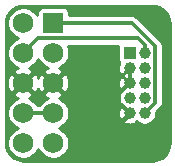
<source format=gbr>
%TF.GenerationSoftware,KiCad,Pcbnew,5.1.8-db9833491~88~ubuntu20.04.1*%
%TF.CreationDate,2020-12-14T11:52:55-05:00*%
%TF.ProjectId,2x5toCortexAdapt,32783574-6f43-46f7-9274-657841646170,rev?*%
%TF.SameCoordinates,Original*%
%TF.FileFunction,Copper,L1,Top*%
%TF.FilePolarity,Positive*%
%FSLAX46Y46*%
G04 Gerber Fmt 4.6, Leading zero omitted, Abs format (unit mm)*
G04 Created by KiCad (PCBNEW 5.1.8-db9833491~88~ubuntu20.04.1) date 2020-12-14 11:52:55*
%MOMM*%
%LPD*%
G01*
G04 APERTURE LIST*
%TA.AperFunction,ComponentPad*%
%ADD10R,1.000000X1.000000*%
%TD*%
%TA.AperFunction,ComponentPad*%
%ADD11C,1.000000*%
%TD*%
%TA.AperFunction,ComponentPad*%
%ADD12R,1.750000X1.750000*%
%TD*%
%TA.AperFunction,ComponentPad*%
%ADD13C,1.750000*%
%TD*%
%TA.AperFunction,Conductor*%
%ADD14C,0.350000*%
%TD*%
%TA.AperFunction,Conductor*%
%ADD15C,0.254000*%
%TD*%
%TA.AperFunction,Conductor*%
%ADD16C,0.100000*%
%TD*%
G04 APERTURE END LIST*
D10*
%TO.P,J2,1*%
%TO.N,/3.3V*%
X156845000Y-107696000D03*
D11*
%TO.P,J2,2*%
%TO.N,/SWDIO*%
X158115000Y-107696000D03*
%TO.P,J2,3*%
%TO.N,/GND*%
X156845000Y-108966000D03*
%TO.P,J2,4*%
%TO.N,/SWCLK*%
X158115000Y-108966000D03*
%TO.P,J2,5*%
%TO.N,/GND*%
X156845000Y-110236000D03*
%TO.P,J2,6*%
%TO.N,/SWIM*%
X158115000Y-110236000D03*
%TO.P,J2,7*%
%TO.N,Net-(J2-Pad7)*%
X156845000Y-111506000D03*
%TO.P,J2,8*%
%TO.N,Net-(J2-Pad8)*%
X158115000Y-111506000D03*
%TO.P,J2,9*%
%TO.N,/GND*%
X156845000Y-112776000D03*
%TO.P,J2,10*%
%TO.N,/RST*%
X158115000Y-112776000D03*
%TD*%
D12*
%TO.P,J1,1*%
%TO.N,/RST*%
X150368000Y-105156000D03*
D13*
%TO.P,J1,2*%
%TO.N,/SWCLK*%
X147828000Y-105156000D03*
%TO.P,J1,3*%
%TO.N,/SWIM*%
X150368000Y-107696000D03*
%TO.P,J1,4*%
%TO.N,/SWDIO*%
X147828000Y-107696000D03*
%TO.P,J1,5*%
%TO.N,/GND*%
X150368000Y-110236000D03*
%TO.P,J1,6*%
X147828000Y-110236000D03*
%TO.P,J1,7*%
%TO.N,/3.3V*%
X150368000Y-112776000D03*
%TO.P,J1,8*%
X147828000Y-112776000D03*
%TO.P,J1,9*%
%TO.N,Net-(J1-Pad9)*%
X150368000Y-115316000D03*
%TO.P,J1,10*%
%TO.N,Net-(J1-Pad10)*%
X147828000Y-115316000D03*
%TD*%
D14*
%TO.N,/RST*%
X158990001Y-111900999D02*
X158115000Y-112776000D01*
X158990001Y-107086064D02*
X158990001Y-111900999D01*
X157059937Y-105156000D02*
X158990001Y-107086064D01*
X150368000Y-105156000D02*
X157059937Y-105156000D01*
%TO.N,/SWDIO*%
X158115000Y-106988894D02*
X158115000Y-107696000D01*
X157572105Y-106445999D02*
X158115000Y-106988894D01*
X149078001Y-106445999D02*
X157572105Y-106445999D01*
X147828000Y-107696000D02*
X149078001Y-106445999D01*
%TO.N,/GND*%
X156845000Y-110236000D02*
X156845000Y-108966000D01*
X155969999Y-111111001D02*
X156845000Y-110236000D01*
X155969999Y-111900999D02*
X155969999Y-111111001D01*
X156845000Y-112776000D02*
X155969999Y-111900999D01*
%TO.N,/3.3V*%
X147828000Y-112776000D02*
X150368000Y-112776000D01*
%TD*%
D15*
%TO.N,/GND*%
X159036953Y-103706783D02*
X159312976Y-103790120D01*
X159567557Y-103925483D01*
X159790994Y-104107714D01*
X159974781Y-104329876D01*
X160111917Y-104583502D01*
X160197179Y-104858940D01*
X160230000Y-105171217D01*
X160230001Y-115288988D01*
X160199217Y-115602953D01*
X160115880Y-115878978D01*
X159980517Y-116133558D01*
X159798288Y-116356993D01*
X159576127Y-116540780D01*
X159322497Y-116677917D01*
X159047061Y-116763179D01*
X158734783Y-116796000D01*
X147855002Y-116796000D01*
X147541047Y-116765217D01*
X147265022Y-116681880D01*
X147010442Y-116546517D01*
X146787007Y-116364288D01*
X146603220Y-116142127D01*
X146466083Y-115888497D01*
X146380821Y-115613061D01*
X146348000Y-115300783D01*
X146348000Y-112642840D01*
X146476000Y-112642840D01*
X146476000Y-112909160D01*
X146527956Y-113170364D01*
X146629873Y-113416412D01*
X146777833Y-113637850D01*
X146966150Y-113826167D01*
X147187588Y-113974127D01*
X147361104Y-114046000D01*
X147187588Y-114117873D01*
X146966150Y-114265833D01*
X146777833Y-114454150D01*
X146629873Y-114675588D01*
X146527956Y-114921636D01*
X146476000Y-115182840D01*
X146476000Y-115449160D01*
X146527956Y-115710364D01*
X146629873Y-115956412D01*
X146777833Y-116177850D01*
X146966150Y-116366167D01*
X147187588Y-116514127D01*
X147433636Y-116616044D01*
X147694840Y-116668000D01*
X147961160Y-116668000D01*
X148222364Y-116616044D01*
X148468412Y-116514127D01*
X148689850Y-116366167D01*
X148878167Y-116177850D01*
X149026127Y-115956412D01*
X149098000Y-115782896D01*
X149169873Y-115956412D01*
X149317833Y-116177850D01*
X149506150Y-116366167D01*
X149727588Y-116514127D01*
X149973636Y-116616044D01*
X150234840Y-116668000D01*
X150501160Y-116668000D01*
X150762364Y-116616044D01*
X151008412Y-116514127D01*
X151229850Y-116366167D01*
X151418167Y-116177850D01*
X151566127Y-115956412D01*
X151668044Y-115710364D01*
X151720000Y-115449160D01*
X151720000Y-115182840D01*
X151668044Y-114921636D01*
X151566127Y-114675588D01*
X151418167Y-114454150D01*
X151229850Y-114265833D01*
X151008412Y-114117873D01*
X150834896Y-114046000D01*
X151008412Y-113974127D01*
X151229850Y-113826167D01*
X151418167Y-113637850D01*
X151566127Y-113416412D01*
X151668044Y-113170364D01*
X151720000Y-112909160D01*
X151720000Y-112642840D01*
X151668044Y-112381636D01*
X151566127Y-112135588D01*
X151418167Y-111914150D01*
X151229850Y-111725833D01*
X151008412Y-111577873D01*
X150837048Y-111506891D01*
X150882955Y-111493162D01*
X151118320Y-111368544D01*
X151127200Y-111362611D01*
X151209713Y-111145595D01*
X150368000Y-110303882D01*
X149526287Y-111145595D01*
X149608800Y-111362611D01*
X149843179Y-111489076D01*
X149899862Y-111506514D01*
X149727588Y-111577873D01*
X149506150Y-111725833D01*
X149317833Y-111914150D01*
X149177616Y-112124000D01*
X149018384Y-112124000D01*
X148878167Y-111914150D01*
X148689850Y-111725833D01*
X148468412Y-111577873D01*
X148297048Y-111506891D01*
X148342955Y-111493162D01*
X148578320Y-111368544D01*
X148587200Y-111362611D01*
X148669713Y-111145595D01*
X147828000Y-110303882D01*
X146986287Y-111145595D01*
X147068800Y-111362611D01*
X147303179Y-111489076D01*
X147359862Y-111506514D01*
X147187588Y-111577873D01*
X146966150Y-111725833D01*
X146777833Y-111914150D01*
X146629873Y-112135588D01*
X146527956Y-112381636D01*
X146476000Y-112642840D01*
X146348000Y-112642840D01*
X146348000Y-110230661D01*
X146469469Y-110230661D01*
X146494531Y-110495800D01*
X146570838Y-110750955D01*
X146695456Y-110986320D01*
X146701389Y-110995200D01*
X146918405Y-111077713D01*
X147760118Y-110236000D01*
X147895882Y-110236000D01*
X148737595Y-111077713D01*
X148954611Y-110995200D01*
X149081076Y-110760821D01*
X149097664Y-110706903D01*
X149110838Y-110750955D01*
X149235456Y-110986320D01*
X149241389Y-110995200D01*
X149458405Y-111077713D01*
X150300118Y-110236000D01*
X150435882Y-110236000D01*
X151277595Y-111077713D01*
X151494611Y-110995200D01*
X151621076Y-110760821D01*
X151699386Y-110506273D01*
X151726531Y-110241339D01*
X151701469Y-109976200D01*
X151625162Y-109721045D01*
X151500544Y-109485680D01*
X151494611Y-109476800D01*
X151277595Y-109394287D01*
X150435882Y-110236000D01*
X150300118Y-110236000D01*
X149458405Y-109394287D01*
X149241389Y-109476800D01*
X149114924Y-109711179D01*
X149098336Y-109765097D01*
X149085162Y-109721045D01*
X148960544Y-109485680D01*
X148954611Y-109476800D01*
X148737595Y-109394287D01*
X147895882Y-110236000D01*
X147760118Y-110236000D01*
X146918405Y-109394287D01*
X146701389Y-109476800D01*
X146574924Y-109711179D01*
X146496614Y-109965727D01*
X146469469Y-110230661D01*
X146348000Y-110230661D01*
X146348000Y-105183002D01*
X146363703Y-105022840D01*
X146476000Y-105022840D01*
X146476000Y-105289160D01*
X146527956Y-105550364D01*
X146629873Y-105796412D01*
X146777833Y-106017850D01*
X146966150Y-106206167D01*
X147187588Y-106354127D01*
X147361104Y-106426000D01*
X147187588Y-106497873D01*
X146966150Y-106645833D01*
X146777833Y-106834150D01*
X146629873Y-107055588D01*
X146527956Y-107301636D01*
X146476000Y-107562840D01*
X146476000Y-107829160D01*
X146527956Y-108090364D01*
X146629873Y-108336412D01*
X146777833Y-108557850D01*
X146966150Y-108746167D01*
X147187588Y-108894127D01*
X147358952Y-108965109D01*
X147313045Y-108978838D01*
X147077680Y-109103456D01*
X147068800Y-109109389D01*
X146986287Y-109326405D01*
X147828000Y-110168118D01*
X148669713Y-109326405D01*
X148587200Y-109109389D01*
X148352821Y-108982924D01*
X148296138Y-108965486D01*
X148468412Y-108894127D01*
X148689850Y-108746167D01*
X148878167Y-108557850D01*
X149026127Y-108336412D01*
X149098000Y-108162896D01*
X149169873Y-108336412D01*
X149317833Y-108557850D01*
X149506150Y-108746167D01*
X149727588Y-108894127D01*
X149898952Y-108965109D01*
X149853045Y-108978838D01*
X149617680Y-109103456D01*
X149608800Y-109109389D01*
X149526287Y-109326405D01*
X150368000Y-110168118D01*
X151209713Y-109326405D01*
X151127200Y-109109389D01*
X150892821Y-108982924D01*
X150836138Y-108965486D01*
X151008412Y-108894127D01*
X151229850Y-108746167D01*
X151418167Y-108557850D01*
X151566127Y-108336412D01*
X151668044Y-108090364D01*
X151720000Y-107829160D01*
X151720000Y-107562840D01*
X151668044Y-107301636D01*
X151583694Y-107097999D01*
X155876266Y-107097999D01*
X155874903Y-107102492D01*
X155865693Y-107196000D01*
X155865693Y-108196000D01*
X155874903Y-108289508D01*
X155902178Y-108379423D01*
X155946471Y-108462289D01*
X155982758Y-108506505D01*
X155934422Y-108599072D01*
X155880335Y-108783768D01*
X155863319Y-108975466D01*
X155884028Y-109166801D01*
X155941667Y-109350419D01*
X156023502Y-109503522D01*
X156202141Y-109540977D01*
X156301870Y-109441248D01*
X156270023Y-109593141D01*
X156277882Y-109601000D01*
X156270023Y-109608859D01*
X156301870Y-109760752D01*
X156202141Y-109661023D01*
X156023502Y-109698478D01*
X155934422Y-109869072D01*
X155880335Y-110053768D01*
X155863319Y-110245466D01*
X155884028Y-110436801D01*
X155941667Y-110620419D01*
X156023502Y-110773522D01*
X156165929Y-110803385D01*
X156086115Y-110883199D01*
X155979194Y-111043217D01*
X155905546Y-111221020D01*
X155868000Y-111409774D01*
X155868000Y-111602226D01*
X155905546Y-111790980D01*
X155979194Y-111968783D01*
X156086115Y-112128801D01*
X156165929Y-112208615D01*
X156023502Y-112238478D01*
X155934422Y-112409072D01*
X155880335Y-112593768D01*
X155863319Y-112785466D01*
X155884028Y-112976801D01*
X155941667Y-113160419D01*
X156023502Y-113313522D01*
X156202141Y-113350977D01*
X156777118Y-112776000D01*
X156762976Y-112761858D01*
X156830858Y-112693976D01*
X156845000Y-112708118D01*
X156859143Y-112693976D01*
X156927025Y-112761858D01*
X156912882Y-112776000D01*
X156927025Y-112790143D01*
X156859143Y-112858025D01*
X156845000Y-112843882D01*
X156270023Y-113418859D01*
X156307478Y-113597498D01*
X156478072Y-113686578D01*
X156662768Y-113740665D01*
X156854466Y-113757681D01*
X157045801Y-113736972D01*
X157229419Y-113679333D01*
X157382522Y-113597498D01*
X157412385Y-113455071D01*
X157492199Y-113534885D01*
X157652217Y-113641806D01*
X157830020Y-113715454D01*
X158018774Y-113753000D01*
X158211226Y-113753000D01*
X158399980Y-113715454D01*
X158577783Y-113641806D01*
X158737801Y-113534885D01*
X158873885Y-113398801D01*
X158980806Y-113238783D01*
X159054454Y-113060980D01*
X159092000Y-112872226D01*
X159092000Y-112721067D01*
X159428388Y-112384679D01*
X159453265Y-112364263D01*
X159534742Y-112264983D01*
X159595284Y-112151716D01*
X159632566Y-112028813D01*
X159642001Y-111933021D01*
X159645155Y-111901000D01*
X159642001Y-111868978D01*
X159642001Y-107118086D01*
X159645155Y-107086064D01*
X159632566Y-106958249D01*
X159603090Y-106861080D01*
X159595284Y-106835347D01*
X159534742Y-106722080D01*
X159453265Y-106622800D01*
X159428389Y-106602385D01*
X157543622Y-104717619D01*
X157523201Y-104692736D01*
X157423921Y-104611259D01*
X157310654Y-104550717D01*
X157187751Y-104513435D01*
X157091959Y-104504000D01*
X157059937Y-104500846D01*
X157027915Y-104504000D01*
X151722307Y-104504000D01*
X151722307Y-104281000D01*
X151713097Y-104187492D01*
X151685822Y-104097577D01*
X151641529Y-104014711D01*
X151581921Y-103942079D01*
X151509289Y-103882471D01*
X151426423Y-103838178D01*
X151336508Y-103810903D01*
X151243000Y-103801693D01*
X149493000Y-103801693D01*
X149399492Y-103810903D01*
X149309577Y-103838178D01*
X149226711Y-103882471D01*
X149154079Y-103942079D01*
X149094471Y-104014711D01*
X149050178Y-104097577D01*
X149022903Y-104187492D01*
X149013693Y-104281000D01*
X149013693Y-104496979D01*
X148878167Y-104294150D01*
X148689850Y-104105833D01*
X148468412Y-103957873D01*
X148222364Y-103855956D01*
X147961160Y-103804000D01*
X147694840Y-103804000D01*
X147433636Y-103855956D01*
X147187588Y-103957873D01*
X146966150Y-104105833D01*
X146777833Y-104294150D01*
X146629873Y-104515588D01*
X146527956Y-104761636D01*
X146476000Y-105022840D01*
X146363703Y-105022840D01*
X146378783Y-104869047D01*
X146462120Y-104593024D01*
X146597483Y-104338443D01*
X146779714Y-104115006D01*
X147001876Y-103931219D01*
X147255502Y-103794083D01*
X147530940Y-103708821D01*
X147843217Y-103676000D01*
X158722998Y-103676000D01*
X159036953Y-103706783D01*
%TA.AperFunction,Conductor*%
D16*
G36*
X159036953Y-103706783D02*
G01*
X159312976Y-103790120D01*
X159567557Y-103925483D01*
X159790994Y-104107714D01*
X159974781Y-104329876D01*
X160111917Y-104583502D01*
X160197179Y-104858940D01*
X160230000Y-105171217D01*
X160230001Y-115288988D01*
X160199217Y-115602953D01*
X160115880Y-115878978D01*
X159980517Y-116133558D01*
X159798288Y-116356993D01*
X159576127Y-116540780D01*
X159322497Y-116677917D01*
X159047061Y-116763179D01*
X158734783Y-116796000D01*
X147855002Y-116796000D01*
X147541047Y-116765217D01*
X147265022Y-116681880D01*
X147010442Y-116546517D01*
X146787007Y-116364288D01*
X146603220Y-116142127D01*
X146466083Y-115888497D01*
X146380821Y-115613061D01*
X146348000Y-115300783D01*
X146348000Y-112642840D01*
X146476000Y-112642840D01*
X146476000Y-112909160D01*
X146527956Y-113170364D01*
X146629873Y-113416412D01*
X146777833Y-113637850D01*
X146966150Y-113826167D01*
X147187588Y-113974127D01*
X147361104Y-114046000D01*
X147187588Y-114117873D01*
X146966150Y-114265833D01*
X146777833Y-114454150D01*
X146629873Y-114675588D01*
X146527956Y-114921636D01*
X146476000Y-115182840D01*
X146476000Y-115449160D01*
X146527956Y-115710364D01*
X146629873Y-115956412D01*
X146777833Y-116177850D01*
X146966150Y-116366167D01*
X147187588Y-116514127D01*
X147433636Y-116616044D01*
X147694840Y-116668000D01*
X147961160Y-116668000D01*
X148222364Y-116616044D01*
X148468412Y-116514127D01*
X148689850Y-116366167D01*
X148878167Y-116177850D01*
X149026127Y-115956412D01*
X149098000Y-115782896D01*
X149169873Y-115956412D01*
X149317833Y-116177850D01*
X149506150Y-116366167D01*
X149727588Y-116514127D01*
X149973636Y-116616044D01*
X150234840Y-116668000D01*
X150501160Y-116668000D01*
X150762364Y-116616044D01*
X151008412Y-116514127D01*
X151229850Y-116366167D01*
X151418167Y-116177850D01*
X151566127Y-115956412D01*
X151668044Y-115710364D01*
X151720000Y-115449160D01*
X151720000Y-115182840D01*
X151668044Y-114921636D01*
X151566127Y-114675588D01*
X151418167Y-114454150D01*
X151229850Y-114265833D01*
X151008412Y-114117873D01*
X150834896Y-114046000D01*
X151008412Y-113974127D01*
X151229850Y-113826167D01*
X151418167Y-113637850D01*
X151566127Y-113416412D01*
X151668044Y-113170364D01*
X151720000Y-112909160D01*
X151720000Y-112642840D01*
X151668044Y-112381636D01*
X151566127Y-112135588D01*
X151418167Y-111914150D01*
X151229850Y-111725833D01*
X151008412Y-111577873D01*
X150837048Y-111506891D01*
X150882955Y-111493162D01*
X151118320Y-111368544D01*
X151127200Y-111362611D01*
X151209713Y-111145595D01*
X150368000Y-110303882D01*
X149526287Y-111145595D01*
X149608800Y-111362611D01*
X149843179Y-111489076D01*
X149899862Y-111506514D01*
X149727588Y-111577873D01*
X149506150Y-111725833D01*
X149317833Y-111914150D01*
X149177616Y-112124000D01*
X149018384Y-112124000D01*
X148878167Y-111914150D01*
X148689850Y-111725833D01*
X148468412Y-111577873D01*
X148297048Y-111506891D01*
X148342955Y-111493162D01*
X148578320Y-111368544D01*
X148587200Y-111362611D01*
X148669713Y-111145595D01*
X147828000Y-110303882D01*
X146986287Y-111145595D01*
X147068800Y-111362611D01*
X147303179Y-111489076D01*
X147359862Y-111506514D01*
X147187588Y-111577873D01*
X146966150Y-111725833D01*
X146777833Y-111914150D01*
X146629873Y-112135588D01*
X146527956Y-112381636D01*
X146476000Y-112642840D01*
X146348000Y-112642840D01*
X146348000Y-110230661D01*
X146469469Y-110230661D01*
X146494531Y-110495800D01*
X146570838Y-110750955D01*
X146695456Y-110986320D01*
X146701389Y-110995200D01*
X146918405Y-111077713D01*
X147760118Y-110236000D01*
X147895882Y-110236000D01*
X148737595Y-111077713D01*
X148954611Y-110995200D01*
X149081076Y-110760821D01*
X149097664Y-110706903D01*
X149110838Y-110750955D01*
X149235456Y-110986320D01*
X149241389Y-110995200D01*
X149458405Y-111077713D01*
X150300118Y-110236000D01*
X150435882Y-110236000D01*
X151277595Y-111077713D01*
X151494611Y-110995200D01*
X151621076Y-110760821D01*
X151699386Y-110506273D01*
X151726531Y-110241339D01*
X151701469Y-109976200D01*
X151625162Y-109721045D01*
X151500544Y-109485680D01*
X151494611Y-109476800D01*
X151277595Y-109394287D01*
X150435882Y-110236000D01*
X150300118Y-110236000D01*
X149458405Y-109394287D01*
X149241389Y-109476800D01*
X149114924Y-109711179D01*
X149098336Y-109765097D01*
X149085162Y-109721045D01*
X148960544Y-109485680D01*
X148954611Y-109476800D01*
X148737595Y-109394287D01*
X147895882Y-110236000D01*
X147760118Y-110236000D01*
X146918405Y-109394287D01*
X146701389Y-109476800D01*
X146574924Y-109711179D01*
X146496614Y-109965727D01*
X146469469Y-110230661D01*
X146348000Y-110230661D01*
X146348000Y-105183002D01*
X146363703Y-105022840D01*
X146476000Y-105022840D01*
X146476000Y-105289160D01*
X146527956Y-105550364D01*
X146629873Y-105796412D01*
X146777833Y-106017850D01*
X146966150Y-106206167D01*
X147187588Y-106354127D01*
X147361104Y-106426000D01*
X147187588Y-106497873D01*
X146966150Y-106645833D01*
X146777833Y-106834150D01*
X146629873Y-107055588D01*
X146527956Y-107301636D01*
X146476000Y-107562840D01*
X146476000Y-107829160D01*
X146527956Y-108090364D01*
X146629873Y-108336412D01*
X146777833Y-108557850D01*
X146966150Y-108746167D01*
X147187588Y-108894127D01*
X147358952Y-108965109D01*
X147313045Y-108978838D01*
X147077680Y-109103456D01*
X147068800Y-109109389D01*
X146986287Y-109326405D01*
X147828000Y-110168118D01*
X148669713Y-109326405D01*
X148587200Y-109109389D01*
X148352821Y-108982924D01*
X148296138Y-108965486D01*
X148468412Y-108894127D01*
X148689850Y-108746167D01*
X148878167Y-108557850D01*
X149026127Y-108336412D01*
X149098000Y-108162896D01*
X149169873Y-108336412D01*
X149317833Y-108557850D01*
X149506150Y-108746167D01*
X149727588Y-108894127D01*
X149898952Y-108965109D01*
X149853045Y-108978838D01*
X149617680Y-109103456D01*
X149608800Y-109109389D01*
X149526287Y-109326405D01*
X150368000Y-110168118D01*
X151209713Y-109326405D01*
X151127200Y-109109389D01*
X150892821Y-108982924D01*
X150836138Y-108965486D01*
X151008412Y-108894127D01*
X151229850Y-108746167D01*
X151418167Y-108557850D01*
X151566127Y-108336412D01*
X151668044Y-108090364D01*
X151720000Y-107829160D01*
X151720000Y-107562840D01*
X151668044Y-107301636D01*
X151583694Y-107097999D01*
X155876266Y-107097999D01*
X155874903Y-107102492D01*
X155865693Y-107196000D01*
X155865693Y-108196000D01*
X155874903Y-108289508D01*
X155902178Y-108379423D01*
X155946471Y-108462289D01*
X155982758Y-108506505D01*
X155934422Y-108599072D01*
X155880335Y-108783768D01*
X155863319Y-108975466D01*
X155884028Y-109166801D01*
X155941667Y-109350419D01*
X156023502Y-109503522D01*
X156202141Y-109540977D01*
X156301870Y-109441248D01*
X156270023Y-109593141D01*
X156277882Y-109601000D01*
X156270023Y-109608859D01*
X156301870Y-109760752D01*
X156202141Y-109661023D01*
X156023502Y-109698478D01*
X155934422Y-109869072D01*
X155880335Y-110053768D01*
X155863319Y-110245466D01*
X155884028Y-110436801D01*
X155941667Y-110620419D01*
X156023502Y-110773522D01*
X156165929Y-110803385D01*
X156086115Y-110883199D01*
X155979194Y-111043217D01*
X155905546Y-111221020D01*
X155868000Y-111409774D01*
X155868000Y-111602226D01*
X155905546Y-111790980D01*
X155979194Y-111968783D01*
X156086115Y-112128801D01*
X156165929Y-112208615D01*
X156023502Y-112238478D01*
X155934422Y-112409072D01*
X155880335Y-112593768D01*
X155863319Y-112785466D01*
X155884028Y-112976801D01*
X155941667Y-113160419D01*
X156023502Y-113313522D01*
X156202141Y-113350977D01*
X156777118Y-112776000D01*
X156762976Y-112761858D01*
X156830858Y-112693976D01*
X156845000Y-112708118D01*
X156859143Y-112693976D01*
X156927025Y-112761858D01*
X156912882Y-112776000D01*
X156927025Y-112790143D01*
X156859143Y-112858025D01*
X156845000Y-112843882D01*
X156270023Y-113418859D01*
X156307478Y-113597498D01*
X156478072Y-113686578D01*
X156662768Y-113740665D01*
X156854466Y-113757681D01*
X157045801Y-113736972D01*
X157229419Y-113679333D01*
X157382522Y-113597498D01*
X157412385Y-113455071D01*
X157492199Y-113534885D01*
X157652217Y-113641806D01*
X157830020Y-113715454D01*
X158018774Y-113753000D01*
X158211226Y-113753000D01*
X158399980Y-113715454D01*
X158577783Y-113641806D01*
X158737801Y-113534885D01*
X158873885Y-113398801D01*
X158980806Y-113238783D01*
X159054454Y-113060980D01*
X159092000Y-112872226D01*
X159092000Y-112721067D01*
X159428388Y-112384679D01*
X159453265Y-112364263D01*
X159534742Y-112264983D01*
X159595284Y-112151716D01*
X159632566Y-112028813D01*
X159642001Y-111933021D01*
X159645155Y-111901000D01*
X159642001Y-111868978D01*
X159642001Y-107118086D01*
X159645155Y-107086064D01*
X159632566Y-106958249D01*
X159603090Y-106861080D01*
X159595284Y-106835347D01*
X159534742Y-106722080D01*
X159453265Y-106622800D01*
X159428389Y-106602385D01*
X157543622Y-104717619D01*
X157523201Y-104692736D01*
X157423921Y-104611259D01*
X157310654Y-104550717D01*
X157187751Y-104513435D01*
X157091959Y-104504000D01*
X157059937Y-104500846D01*
X157027915Y-104504000D01*
X151722307Y-104504000D01*
X151722307Y-104281000D01*
X151713097Y-104187492D01*
X151685822Y-104097577D01*
X151641529Y-104014711D01*
X151581921Y-103942079D01*
X151509289Y-103882471D01*
X151426423Y-103838178D01*
X151336508Y-103810903D01*
X151243000Y-103801693D01*
X149493000Y-103801693D01*
X149399492Y-103810903D01*
X149309577Y-103838178D01*
X149226711Y-103882471D01*
X149154079Y-103942079D01*
X149094471Y-104014711D01*
X149050178Y-104097577D01*
X149022903Y-104187492D01*
X149013693Y-104281000D01*
X149013693Y-104496979D01*
X148878167Y-104294150D01*
X148689850Y-104105833D01*
X148468412Y-103957873D01*
X148222364Y-103855956D01*
X147961160Y-103804000D01*
X147694840Y-103804000D01*
X147433636Y-103855956D01*
X147187588Y-103957873D01*
X146966150Y-104105833D01*
X146777833Y-104294150D01*
X146629873Y-104515588D01*
X146527956Y-104761636D01*
X146476000Y-105022840D01*
X146363703Y-105022840D01*
X146378783Y-104869047D01*
X146462120Y-104593024D01*
X146597483Y-104338443D01*
X146779714Y-104115006D01*
X147001876Y-103931219D01*
X147255502Y-103794083D01*
X147530940Y-103708821D01*
X147843217Y-103676000D01*
X158722998Y-103676000D01*
X159036953Y-103706783D01*
G37*
%TD.AperFunction*%
D15*
X156478072Y-109876578D02*
X156584679Y-109907797D01*
X156845000Y-110168118D01*
X156859143Y-110153976D01*
X156927025Y-110221858D01*
X156912882Y-110236000D01*
X156927025Y-110250143D01*
X156859143Y-110318025D01*
X156845000Y-110303882D01*
X156830858Y-110318025D01*
X156762976Y-110250143D01*
X156777118Y-110236000D01*
X156351716Y-109810598D01*
X156478072Y-109876578D01*
%TA.AperFunction,Conductor*%
D16*
G36*
X156478072Y-109876578D02*
G01*
X156584679Y-109907797D01*
X156845000Y-110168118D01*
X156859143Y-110153976D01*
X156927025Y-110221858D01*
X156912882Y-110236000D01*
X156927025Y-110250143D01*
X156859143Y-110318025D01*
X156845000Y-110303882D01*
X156830858Y-110318025D01*
X156762976Y-110250143D01*
X156777118Y-110236000D01*
X156351716Y-109810598D01*
X156478072Y-109876578D01*
G37*
%TD.AperFunction*%
D15*
X156927025Y-108951858D02*
X156912882Y-108966000D01*
X156927025Y-108980143D01*
X156859143Y-109048025D01*
X156845000Y-109033882D01*
X156585395Y-109293487D01*
X156460581Y-109332667D01*
X156352888Y-109390230D01*
X156777118Y-108966000D01*
X156762976Y-108951858D01*
X156830858Y-108883976D01*
X156845000Y-108898118D01*
X156859143Y-108883976D01*
X156927025Y-108951858D01*
%TA.AperFunction,Conductor*%
D16*
G36*
X156927025Y-108951858D02*
G01*
X156912882Y-108966000D01*
X156927025Y-108980143D01*
X156859143Y-109048025D01*
X156845000Y-109033882D01*
X156585395Y-109293487D01*
X156460581Y-109332667D01*
X156352888Y-109390230D01*
X156777118Y-108966000D01*
X156762976Y-108951858D01*
X156830858Y-108883976D01*
X156845000Y-108898118D01*
X156859143Y-108883976D01*
X156927025Y-108951858D01*
G37*
%TD.AperFunction*%
%TD*%
M02*

</source>
